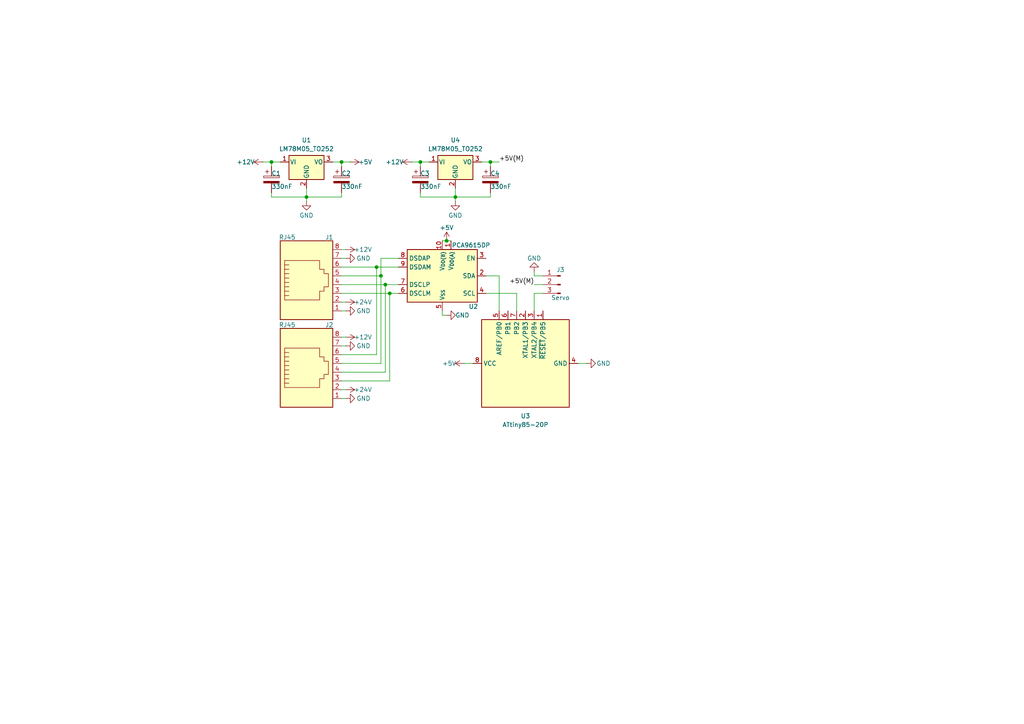
<source format=kicad_sch>
(kicad_sch (version 20231120) (generator "eeschema") (generator_version "8.0")
  (paper "A4")
  (title_block (title "PicoChainATtiny85 Reference Device Implementation") (date "2024-08-22") (rev "v1.1") (comment 2 "http://www.tapr.org/OHL") (comment 3 "Licence: The TAPR Open Hardware License") (comment 4 "Author: Jason Alexander"))
  (lib_symbols
    (symbol "Connector:Conn_01x03_Pin" (pin_names (offset 1.016) hide)
      (property "Reference" "J" (at 0 5.08 0))
      (property "Value" "Conn_01x03_Pin" (at 0 -5.08 0))
      (symbol "Conn_01x03_Pin_1_1"
        (polyline (pts (xy 1.27 -2.54) (xy 0.8636 -2.54)) (stroke (width 0.1524)))
        (polyline (pts (xy 1.27 0) (xy 0.8636 0)) (stroke (width 0.1524)))
        (polyline (pts (xy 1.27 2.54) (xy 0.8636 2.54)) (stroke (width 0.1524)))
        (rectangle (start 0.8636 -2.413) (end 0 -2.667) (stroke (width 0.1524)) (fill (type outline)))
        (rectangle (start 0.8636 0.127) (end 0 -0.127) (stroke (width 0.1524)) (fill (type outline)))
        (rectangle (start 0.8636 2.667) (end 0 2.413) (stroke (width 0.1524)) (fill (type outline)))
        (pin passive line (at 5.08 2.54 180) (length 3.81) (name "Pin_1") (number "1"))
        (pin passive line (at 5.08 0 180) (length 3.81) (name "Pin_2") (number "2"))
        (pin passive line (at 5.08 -2.54 180) (length 3.81) (name "Pin_3") (number "3"))
      )
    )
    (symbol "Connector:RJ45" (pin_names (offset 1.016))
      (property "Reference" "J" (at -5.08 13.97 0))
      (property "Value" "RJ45" (at 2.54 13.97 0))
      (symbol "RJ45_0_1"
        (polyline (pts (xy -5.08 4.445) (xy -6.35 4.445)))
        (polyline (pts (xy -5.08 5.715) (xy -6.35 5.715)))
        (polyline (pts (xy -6.35 -3.175) (xy -5.08 -3.175) (xy -5.08 -3.175)))
        (polyline (pts (xy -6.35 -1.905) (xy -5.08 -1.905) (xy -5.08 -1.905)))
        (polyline (pts (xy -6.35 -0.635) (xy -5.08 -0.635) (xy -5.08 -0.635)))
        (polyline (pts (xy -6.35 0.635) (xy -5.08 0.635) (xy -5.08 0.635)))
        (polyline (pts (xy -6.35 1.905) (xy -5.08 1.905) (xy -5.08 1.905)))
        (polyline (pts (xy -5.08 3.175) (xy -6.35 3.175) (xy -6.35 3.175)))
        (polyline (pts (xy -6.35 -4.445) (xy -6.35 6.985) (xy 3.81 6.985) (xy 3.81 4.445) (xy 5.08 4.445) (xy 5.08 3.175) (xy 6.35 3.175) (xy 6.35 -0.635) (xy 5.08 -0.635) (xy 5.08 -1.905) (xy 3.81 -1.905) (xy 3.81 -4.445) (xy -6.35 -4.445) (xy -6.35 -4.445)))
        (rectangle (start 7.62 12.7) (end -7.62 -10.16) (stroke (width 0.254)) (fill (type background)))
      )
      (symbol "RJ45_1_1"
        (pin passive line (at 10.16 -7.62 180) (length 2.54) (name "~") (number "1"))
        (pin passive line (at 10.16 -5.08 180) (length 2.54) (name "~") (number "2"))
        (pin passive line (at 10.16 -2.54 180) (length 2.54) (name "~") (number "3"))
        (pin passive line (at 10.16 0 180) (length 2.54) (name "~") (number "4"))
        (pin passive line (at 10.16 2.54 180) (length 2.54) (name "~") (number "5"))
        (pin passive line (at 10.16 5.08 180) (length 2.54) (name "~") (number "6"))
        (pin passive line (at 10.16 7.62 180) (length 2.54) (name "~") (number "7"))
        (pin passive line (at 10.16 10.16 180) (length 2.54) (name "~") (number "8"))
      )
    )
    (symbol "Device:C_Polarized" (pin_numbers hide) (pin_names (offset 0.254))
      (property "Reference" "C" (at 0.635 2.54 0))
      (property "Value" "C_Polarized" (at 0.635 -2.54 0))
      (symbol "C_Polarized_0_1"
        (rectangle (start -2.286 0.508) (end 2.286 1.016))
        (polyline (pts (xy -1.778 2.286) (xy -0.762 2.286)))
        (polyline (pts (xy -1.27 2.794) (xy -1.27 1.778)))
        (rectangle (start 2.286 -0.508) (end -2.286 -1.016) (fill (type outline)))
      )
      (symbol "C_Polarized_1_1"
        (pin passive line (at 0 3.81 270) (length 2.794) (name "~") (number "1"))
        (pin passive line (at 0 -3.81 90) (length 2.794) (name "~") (number "2"))
      )
    )
    (symbol "Interface:PCA9615DP"
      (property "Reference" "U" (at -10.16 8.89 0))
      (property "Value" "PCA9615DP" (at 1.27 8.89 0))
      (symbol "PCA9615DP_0_1"
        (rectangle (start -10.16 7.62) (end 10.16 -7.62) (stroke (width 0.254)) (fill (type background)))
      )
      (symbol "PCA9615DP_1_1"
        (pin power_in line (at -2.54 10.16 270) (length 2.54) (name "V_{DD(A)}") (number "1"))
        (pin power_in line (at 0 10.16 270) (length 2.54) (name "V_{DD(B)}") (number "10"))
        (pin bidirectional line (at -12.7 0 0) (length 2.54) (name "SDA") (number "2"))
        (pin input line (at -12.7 5.08 0) (length 2.54) (name "EN") (number "3"))
        (pin bidirectional line (at -12.7 -5.08 0) (length 2.54) (name "SCL") (number "4"))
        (pin power_in line (at 0 -10.16 90) (length 2.54) (name "V_{SS}") (number "5"))
        (pin bidirectional line (at 12.7 -5.08 180) (length 2.54) (name "DSCLM") (number "6"))
        (pin bidirectional line (at 12.7 -2.54 180) (length 2.54) (name "DSCLP") (number "7"))
        (pin bidirectional line (at 12.7 5.08 180) (length 2.54) (name "DSDAP") (number "8"))
        (pin bidirectional line (at 12.7 2.54 180) (length 2.54) (name "DSDAM") (number "9"))
      )
    )
    (symbol "MCU_Microchip_ATtiny:ATtiny85-20P"
      (property "Reference" "U" (at -12.7 13.97 0))
      (property "Value" "ATtiny85-20P" (at 2.54 -13.97 0))
      (symbol "ATtiny85-20P_0_1"
        (rectangle (start -12.7 -12.7) (end 12.7 12.7) (stroke (width 0.254)) (fill (type background)))
      )
      (symbol "ATtiny85-20P_1_1"
        (pin bidirectional line (at 15.24 -5.08 180) (length 2.54) (name "~{RESET}/PB5") (number "1"))
        (pin bidirectional line (at 15.24 0 180) (length 2.54) (name "XTAL1/PB3") (number "2"))
        (pin bidirectional line (at 15.24 -2.54 180) (length 2.54) (name "XTAL2/PB4") (number "3"))
        (pin power_in line (at 0 -15.24 90) (length 2.54) (name "GND") (number "4"))
        (pin bidirectional line (at 15.24 7.62 180) (length 2.54) (name "AREF/PB0") (number "5"))
        (pin bidirectional line (at 15.24 5.08 180) (length 2.54) (name "PB1") (number "6"))
        (pin bidirectional line (at 15.24 2.54 180) (length 2.54) (name "PB2") (number "7"))
        (pin power_in line (at 0 15.24 270) (length 2.54) (name "VCC") (number "8"))
      )
    )
    (symbol "Regulator_Linear:LM78M05_TO252" (pin_names (offset 0.254))
      (property "Reference" "U" (at -3.81 3.175 0))
      (property "Value" "LM78M05_TO252" (at 0 3.175 0))
      (symbol "LM78M05_TO252_0_1"
        (rectangle (start -5.08 1.905) (end 5.08 -5.08) (stroke (width 0.254)) (fill (type background)))
      )
      (symbol "LM78M05_TO252_1_1"
        (pin power_in line (at -7.62 0 0) (length 2.54) (name "VI") (number "1"))
        (pin power_in line (at 0 -7.62 90) (length 2.54) (name "GND") (number "2"))
        (pin power_out line (at 7.62 0 180) (length 2.54) (name "VO") (number "3"))
      )
    )
    (symbol "power:+12V" (power) (pin_numbers hide) (pin_names (offset 0) hide)
      (property "Value" "+12V" (at 0 3.556 0))
      (symbol "+12V_0_1"
        (polyline (pts (xy -0.762 1.27) (xy 0 2.54)))
        (polyline (pts (xy 0 0) (xy 0 2.54)))
        (polyline (pts (xy 0 2.54) (xy 0.762 1.27)))
      )
      (symbol "+12V_1_1"
        (pin power_in line (at 0 0 90) (length 0) (name "~") (number "1"))
      )
    )
    (symbol "power:+24V" (power) (pin_numbers hide) (pin_names (offset 0) hide)
      (property "Value" "+24V" (at 0 3.556 0))
      (symbol "+24V_0_1"
        (polyline (pts (xy -0.762 1.27) (xy 0 2.54)))
        (polyline (pts (xy 0 0) (xy 0 2.54)))
        (polyline (pts (xy 0 2.54) (xy 0.762 1.27)))
      )
      (symbol "+24V_1_1"
        (pin power_in line (at 0 0 90) (length 0) (name "~") (number "1"))
      )
    )
    (symbol "power:+5V" (power) (pin_numbers hide) (pin_names (offset 0) hide)
      (property "Value" "+5V" (at 0 3.556 0))
      (symbol "+5V_0_1"
        (polyline (pts (xy -0.762 1.27) (xy 0 2.54)))
        (polyline (pts (xy 0 0) (xy 0 2.54)))
        (polyline (pts (xy 0 2.54) (xy 0.762 1.27)))
      )
      (symbol "+5V_1_1"
        (pin power_in line (at 0 0 90) (length 0) (name "~") (number "1"))
      )
    )
    (symbol "power:GND" (power) (pin_numbers hide) (pin_names (offset 0) hide)
      (property "Value" "GND" (at 0 -3.81 0))
      (symbol "GND_0_1"
        (polyline (pts (xy 0 0) (xy 0 -1.27) (xy 1.27 -1.27) (xy 0 -2.54) (xy -1.27 -1.27) (xy 0 -1.27)))
      )
      (symbol "GND_1_1"
        (pin power_in line (at 0 0 270) (length 0) (name "~") (number "1"))
      )
    )
  )
  (junction (at 132.08 57.15))
  (junction (at 111.76 82.55))
  (junction (at 78.74 46.99))
  (junction (at 129.54 69.85))
  (junction (at 121.92 46.99))
  (junction (at 109.22 77.47))
  (junction (at 142.24 46.99))
  (junction (at 99.06 46.99))
  (junction (at 113.03 85.09))
  (junction (at 110.49 80.01))
  (junction (at 88.9 57.15))
  (wire (pts (xy 132.08 57.15) (xy 132.08 58.42)))
  (wire (pts (xy 99.06 90.17) (xy 100.33 90.17)))
  (wire (pts (xy 99.06 55.88) (xy 99.06 57.15)))
  (wire (pts (xy 129.54 91.44) (xy 128.27 91.44)))
  (wire (pts (xy 154.94 85.09) (xy 157.48 85.09)))
  (wire (pts (xy 99.06 102.87) (xy 109.22 102.87)))
  (wire (pts (xy 134.62 105.41) (xy 137.16 105.41)))
  (wire (pts (xy 99.06 72.39) (xy 100.33 72.39)))
  (wire (pts (xy 110.49 80.01) (xy 110.49 74.93)))
  (wire (pts (xy 154.94 80.01) (xy 157.48 80.01)))
  (wire (pts (xy 99.06 110.49) (xy 113.03 110.49)))
  (wire (pts (xy 110.49 105.41) (xy 110.49 80.01)))
  (wire (pts (xy 99.06 105.41) (xy 110.49 105.41)))
  (wire (pts (xy 144.78 80.01) (xy 144.78 90.17)))
  (wire (pts (xy 76.2 46.99) (xy 78.74 46.99)))
  (wire (pts (xy 154.94 80.01) (xy 154.94 78.74)))
  (wire (pts (xy 110.49 74.93) (xy 115.57 74.93)))
  (wire (pts (xy 109.22 102.87) (xy 109.22 77.47)))
  (wire (pts (xy 99.06 107.95) (xy 111.76 107.95)))
  (wire (pts (xy 142.24 46.99) (xy 142.24 48.26)))
  (wire (pts (xy 140.97 80.01) (xy 144.78 80.01)))
  (wire (pts (xy 128.27 69.85) (xy 129.54 69.85)))
  (wire (pts (xy 157.48 82.55) (xy 154.94 82.55)))
  (wire (pts (xy 139.7 46.99) (xy 142.24 46.99)))
  (wire (pts (xy 88.9 57.15) (xy 88.9 58.42)))
  (wire (pts (xy 81.28 46.99) (xy 78.74 46.99)))
  (wire (pts (xy 99.06 85.09) (xy 113.03 85.09)))
  (wire (pts (xy 99.06 74.93) (xy 100.33 74.93)))
  (wire (pts (xy 113.03 85.09) (xy 113.03 110.49)))
  (wire (pts (xy 111.76 82.55) (xy 111.76 107.95)))
  (wire (pts (xy 121.92 46.99) (xy 121.92 48.26)))
  (wire (pts (xy 99.06 46.99) (xy 101.6 46.99)))
  (wire (pts (xy 109.22 77.47) (xy 115.57 77.47)))
  (wire (pts (xy 99.06 100.33) (xy 100.33 100.33)))
  (wire (pts (xy 149.86 85.09) (xy 149.86 90.17)))
  (wire (pts (xy 142.24 46.99) (xy 144.78 46.99)))
  (wire (pts (xy 78.74 55.88) (xy 78.74 57.15)))
  (wire (pts (xy 99.06 80.01) (xy 110.49 80.01)))
  (wire (pts (xy 167.64 105.41) (xy 170.18 105.41)))
  (wire (pts (xy 121.92 55.88) (xy 121.92 57.15)))
  (wire (pts (xy 121.92 57.15) (xy 132.08 57.15)))
  (wire (pts (xy 99.06 115.57) (xy 100.33 115.57)))
  (wire (pts (xy 99.06 46.99) (xy 99.06 48.26)))
  (wire (pts (xy 99.06 57.15) (xy 88.9 57.15)))
  (wire (pts (xy 129.54 69.85) (xy 130.81 69.85)))
  (wire (pts (xy 132.08 54.61) (xy 132.08 57.15)))
  (wire (pts (xy 140.97 85.09) (xy 149.86 85.09)))
  (wire (pts (xy 142.24 57.15) (xy 132.08 57.15)))
  (wire (pts (xy 99.06 113.03) (xy 100.33 113.03)))
  (wire (pts (xy 78.74 46.99) (xy 78.74 48.26)))
  (wire (pts (xy 99.06 87.63) (xy 100.33 87.63)))
  (wire (pts (xy 142.24 55.88) (xy 142.24 57.15)))
  (wire (pts (xy 113.03 85.09) (xy 115.57 85.09)))
  (wire (pts (xy 78.74 57.15) (xy 88.9 57.15)))
  (wire (pts (xy 99.06 82.55) (xy 111.76 82.55)))
  (wire (pts (xy 99.06 77.47) (xy 109.22 77.47)))
  (wire (pts (xy 128.27 91.44) (xy 128.27 90.17)))
  (wire (pts (xy 88.9 54.61) (xy 88.9 57.15)))
  (wire (pts (xy 119.38 46.99) (xy 121.92 46.99)))
  (wire (pts (xy 124.46 46.99) (xy 121.92 46.99)))
  (wire (pts (xy 154.94 90.17) (xy 154.94 85.09)))
  (wire (pts (xy 99.06 97.79) (xy 100.33 97.79)))
  (wire (pts (xy 111.76 82.55) (xy 115.57 82.55)))
  (wire (pts (xy 96.52 46.99) (xy 99.06 46.99)))
  (label "+5V(M)" (at 144.78 46.99 0))
  (label "+5V(M)" (at 154.94 82.55 180))
  (symbol (lib_id "power:GND") (at 129.54 91.44 90) (unit 1)
    (property "Reference" "#PWR015" (effects (hide yes)))
    (property "Value" "GND" (at 134.112 91.44 90))
    (property "Description" "Power symbol creates a global label with name \"GND\" , ground" (effects (hide yes)))
  )
  (symbol (lib_id "power:GND") (at 132.08 58.42 0) (unit 1)
    (property "Reference" "#PWR017" (effects (hide yes)))
    (property "Value" "GND" (at 134.112 62.484 0) (effects (justify right)))
    (property "Description" "Power symbol creates a global label with name \"GND\" , ground" (effects (hide yes)))
  )
  (symbol (lib_id "Device:C_Polarized") (at 142.24 52.07 0) (unit 1)
    (property "Reference" "C4" (at 142.24 50.292 0) (effects (justify left)))
    (property "Value" "330nF" (at 142.24 54.102 0) (effects (justify left)))
    (property "Footprint" "Capacitor_Tantalum_SMD:CP_EIA-3216-18_Kemet-A" (effects (hide yes)))
    (property "Description" "Polarized capacitor" (effects (hide yes)))
  )
  (symbol (lib_id "power:GND") (at 100.33 100.33 90) (unit 1)
    (property "Reference" "#PWR09" (effects (hide yes)))
    (property "Value" "GND" (at 103.378 100.33 90) (effects (justify right)))
    (property "Description" "Power symbol creates a global label with name \"GND\" , ground" (effects (hide yes)))
  )
  (symbol (lib_id "power:+12V") (at 100.33 97.79 270) (unit 1)
    (property "Reference" "#PWR08" (effects (hide yes)))
    (property "Value" "+12V" (at 102.616 97.79 90) (effects (justify left)))
    (property "Description" "Power symbol creates a global label with name \"+12V\"" (effects (hide yes)))
  )
  (symbol (lib_id "Connector:Conn_01x03_Pin") (at 162.56 82.55 0) (mirror y) (unit 1)
    (property "Reference" "J3" (at 162.56 78.232 0))
    (property "Value" "Servo" (at 162.56 86.36 0))
    (property "Footprint" "Connector_PinHeader_2.54mm:PinHeader_1x03_P2.54mm_Vertical" (effects (hide yes)))
    (property "Description" "Generic connector, single row, 01x03, script generated" (effects (hide yes)))
  )
  (symbol (lib_id "Interface:PCA9615DP") (at 128.27 80.01 0) (mirror y) (unit 1)
    (property "Reference" "U2" (at 138.684 88.9 0) (effects (justify left)))
    (property "Value" "PCA9615DP" (at 142.24 71.12 0) (effects (justify left)))
    (property "Footprint" "Package_SO:TSSOP-10_3x3mm_P0.5mm" (effects (hide yes)))
    (property "Datasheet" "https://www.nxp.com/docs/en/data-sheet/PCA9615.pdf" (effects (hide yes)))
    (property "Description" "Dual bidirectional hot-swap multipoint bus buffer, SO-8" (effects (hide yes)))
  )
  (symbol (lib_id "Device:C_Polarized") (at 121.92 52.07 0) (unit 1)
    (property "Reference" "C3" (at 121.92 50.292 0) (effects (justify left)))
    (property "Value" "330nF" (at 121.92 54.102 0) (effects (justify left)))
    (property "Footprint" "Capacitor_Tantalum_SMD:CP_EIA-3216-18_Kemet-A" (effects (hide yes)))
    (property "Description" "Polarized capacitor" (effects (hide yes)))
  )
  (symbol (lib_id "power:GND") (at 170.18 105.41 90) (unit 1)
    (property "Reference" "#PWR018" (effects (hide yes)))
    (property "Value" "GND" (at 172.974 105.41 90) (effects (justify right)))
    (property "Description" "Power symbol creates a global label with name \"GND\" , ground" (effects (hide yes)))
  )
  (symbol (lib_id "power:+12V") (at 76.2 46.99 90) (mirror x) (unit 1)
    (property "Reference" "#PWR03" (effects (hide yes)))
    (property "Value" "+12V" (at 73.914 46.99 90) (effects (justify left)))
    (property "Description" "Power symbol creates a global label with name \"+12V\"" (effects (hide yes)))
  )
  (symbol (lib_id "power:+12V") (at 100.33 72.39 270) (unit 1)
    (property "Reference" "#PWR04" (effects (hide yes)))
    (property "Value" "+12V" (at 102.616 72.39 90) (effects (justify left)))
    (property "Description" "Power symbol creates a global label with name \"+12V\"" (effects (hide yes)))
  )
  (symbol (lib_id "power:+24V") (at 100.33 113.03 270) (unit 1)
    (property "Reference" "#PWR010" (effects (hide yes)))
    (property "Value" "+24V" (at 102.616 113.03 90) (effects (justify left)))
    (property "Description" "Power symbol creates a global label with name \"+24V\"" (effects (hide yes)))
  )
  (symbol (lib_id "Regulator_Linear:LM78M05_TO252") (at 88.9 46.99 0) (unit 1)
    (property "Reference" "U1" (at 88.9 40.64 0))
    (property "Value" "LM78M05_TO252" (at 88.9 43.18 0))
    (property "Footprint" "Package_TO_SOT_SMD:TO-252-2" (effects (hide yes)))
    (property "Datasheet" "https://www.onsemi.com/pub/Collateral/MC78M00-D.PDF" (effects (hide yes)))
    (property "Description" "Positive 500mA 35V Linear Regulator, Fixed Output 5V, TO-252 (D-PAK)" (effects (hide yes)))
  )
  (symbol (lib_id "Connector:RJ45") (at 88.9 107.95 0) (unit 1)
    (property "Reference" "J2" (at 95.504 94.234 0))
    (property "Value" "RJ45" (at 83.312 94.234 0))
    (property "Footprint" "Connector_RJ:RJ45_Amphenol_54602-x08_Horizontal" (effects (hide yes)))
    (property "Description" "RJ connector, 8P8C (8 positions 8 connected)" (effects (hide yes)))
  )
  (symbol (lib_id "MCU_Microchip_ATtiny:ATtiny85-20P") (at 152.4 105.41 90) (unit 1)
    (property "Reference" "U3" (at 152.4 120.65 90))
    (property "Value" "ATtiny85-20P" (at 152.4 123.19 90))
    (property "Footprint" "Package_DIP:DIP-8_W7.62mm" (effects (hide yes)))
    (property "Datasheet" "http://ww1.microchip.com/downloads/en/DeviceDoc/atmel-2586-avr-8-bit-microcontroller-attiny25-attiny45-attiny85_datasheet.pdf" (effects (hide yes)))
    (property "Description" "20MHz, 8kB Flash, 512B SRAM, 512B EEPROM, debugWIRE, DIP-8" (effects (hide yes)))
  )
  (symbol (lib_id "power:GND") (at 100.33 90.17 90) (unit 1)
    (property "Reference" "#PWR07" (effects (hide yes)))
    (property "Value" "GND" (at 103.378 90.17 90) (effects (justify right)))
    (property "Description" "Power symbol creates a global label with name \"GND\" , ground" (effects (hide yes)))
  )
  (symbol (lib_id "power:+5V") (at 134.62 105.41 90) (mirror x) (unit 1)
    (property "Reference" "#PWR02" (effects (hide yes)))
    (property "Value" "+5V" (at 132.334 105.41 90) (effects (justify left)))
    (property "Description" "Power symbol creates a global label with name \"+5V\"" (effects (hide yes)))
  )
  (symbol (lib_id "power:+12V") (at 119.38 46.99 90) (mirror x) (unit 1)
    (property "Reference" "#PWR016" (effects (hide yes)))
    (property "Value" "+12V" (at 117.094 46.99 90) (effects (justify left)))
    (property "Description" "Power symbol creates a global label with name \"+12V\"" (effects (hide yes)))
  )
  (symbol (lib_id "power:GND") (at 154.94 78.74 0) (mirror x) (unit 1)
    (property "Reference" "#PWR01" (effects (hide yes)))
    (property "Value" "GND" (at 154.94 74.93 0))
    (property "Description" "Power symbol creates a global label with name \"GND\" , ground" (effects (hide yes)))
  )
  (symbol (lib_id "power:GND") (at 100.33 74.93 90) (unit 1)
    (property "Reference" "#PWR05" (effects (hide yes)))
    (property "Value" "GND" (at 103.378 74.93 90) (effects (justify right)))
    (property "Description" "Power symbol creates a global label with name \"GND\" , ground" (effects (hide yes)))
  )
  (symbol (lib_id "Connector:RJ45") (at 88.9 82.55 0) (unit 1)
    (property "Reference" "J1" (at 95.504 68.834 0))
    (property "Value" "RJ45" (at 83.312 68.834 0))
    (property "Footprint" "Connector_RJ:RJ45_Amphenol_54602-x08_Horizontal" (effects (hide yes)))
    (property "Description" "RJ connector, 8P8C (8 positions 8 connected)" (effects (hide yes)))
  )
  (symbol (lib_id "power:+5V") (at 129.54 69.85 0) (unit 1)
    (property "Reference" "#PWR014" (effects (hide yes)))
    (property "Value" "+5V" (at 127.508 66.04 0) (effects (justify left)))
    (property "Description" "Power symbol creates a global label with name \"+5V\"" (effects (hide yes)))
  )
  (symbol (lib_id "Regulator_Linear:LM78M05_TO252") (at 132.08 46.99 0) (unit 1)
    (property "Reference" "U4" (at 132.08 40.64 0))
    (property "Value" "LM78M05_TO252" (at 132.08 43.18 0))
    (property "Footprint" "Package_TO_SOT_SMD:TO-252-2" (effects (hide yes)))
    (property "Datasheet" "https://www.onsemi.com/pub/Collateral/MC78M00-D.PDF" (effects (hide yes)))
    (property "Description" "Positive 500mA 35V Linear Regulator, Fixed Output 5V, TO-252 (D-PAK)" (effects (hide yes)))
  )
  (symbol (lib_id "power:+24V") (at 100.33 87.63 270) (unit 1)
    (property "Reference" "#PWR06" (effects (hide yes)))
    (property "Value" "+24V" (at 102.616 87.63 90) (effects (justify left)))
    (property "Description" "Power symbol creates a global label with name \"+24V\"" (effects (hide yes)))
  )
  (symbol (lib_id "power:+5V") (at 101.6 46.99 270) (unit 1)
    (property "Reference" "#PWR013" (effects (hide yes)))
    (property "Value" "+5V" (at 103.886 46.99 90) (effects (justify left)))
    (property "Description" "Power symbol creates a global label with name \"+5V\"" (effects (hide yes)))
  )
  (symbol (lib_id "power:GND") (at 88.9 58.42 0) (unit 1)
    (property "Reference" "#PWR012" (effects (hide yes)))
    (property "Value" "GND" (at 90.932 62.484 0) (effects (justify right)))
    (property "Description" "Power symbol creates a global label with name \"GND\" , ground" (effects (hide yes)))
  )
  (symbol (lib_id "Device:C_Polarized") (at 99.06 52.07 0) (unit 1)
    (property "Reference" "C2" (at 99.06 50.292 0) (effects (justify left)))
    (property "Value" "330nF" (at 99.06 54.102 0) (effects (justify left)))
    (property "Footprint" "Capacitor_Tantalum_SMD:CP_EIA-3216-18_Kemet-A" (effects (hide yes)))
    (property "Description" "Polarized capacitor" (effects (hide yes)))
  )
  (symbol (lib_id "power:GND") (at 100.33 115.57 90) (unit 1)
    (property "Reference" "#PWR011" (effects (hide yes)))
    (property "Value" "GND" (at 103.378 115.57 90) (effects (justify right)))
    (property "Description" "Power symbol creates a global label with name \"GND\" , ground" (effects (hide yes)))
  )
  (symbol (lib_id "Device:C_Polarized") (at 78.74 52.07 0) (unit 1)
    (property "Reference" "C1" (at 78.74 50.292 0) (effects (justify left)))
    (property "Value" "330nF" (at 78.74 54.102 0) (effects (justify left)))
    (property "Footprint" "Capacitor_Tantalum_SMD:CP_EIA-3216-18_Kemet-A" (effects (hide yes)))
    (property "Description" "Polarized capacitor" (effects (hide yes)))
  )
)
</source>
